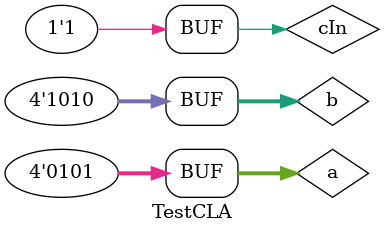
<source format=v>
`timescale 1ns / 1ps


module TestCLA;

	// Inputs
	reg cIn;
	reg [3:0] a;
	reg [3:0] b;

	// Outputs
	wire [3:0] s;
	wire cOut;

	// Instantiate the Unit Under Test (UUT)
	CLA uut (
		.s(s), 
		.cOut(cOut), 
		.cIn(cIn), 
		.a(a), 
		.b(b)
	);

	initial begin
		// Initialize Inputs
		cIn = 0;
		a = 0;
		b = 0;

		// Wait 100 ns for global reset to finish
		#100;
      $monitor($time,"\ta=%d,\tb=%d,\tcIn=%b,\ts=%d,\tcOut=%b",a,b,cIn,s,cOut);
		#1 a = 5; b =  7; cIn = 0;
		#1 a = 5; b = 10; cIn = 0;
		#1 a = 5; b = 10; cIn = 1;
		// Add stimulus here

	end
      
endmodule


</source>
